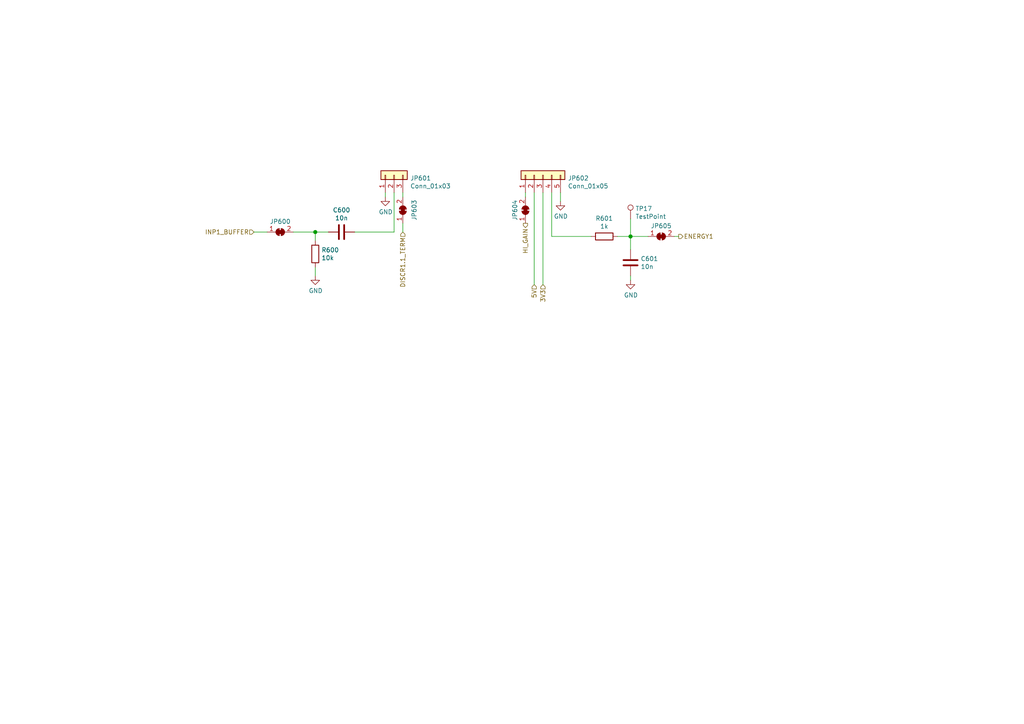
<source format=kicad_sch>
(kicad_sch (version 20210621) (generator eeschema)
  (paper "A4")
  (lib_symbols
    (symbol "Connector:TestPoint" (pin_numbers hide) (pin_names (offset 0.762) hide)
      (property "Reference" "TP" (at 0 6.858 0))
      (property "Value" "TestPoint" (at 0 5.08 0))
      (symbol "TestPoint_0_1"
        (circle (center 0 3.302) (radius 0.762))
      )
      (symbol "TestPoint_1_1"
        (pin passive line (at 0 0 90) (length 2.54) (name "1") (number "1"))
      )
    )
    (symbol "Connector_Generic:Conn_01x03" (pin_names (offset 1.016) hide)
      (property "Reference" "J" (at 0 5.08 0))
      (property "Value" "Conn_01x03" (at 0 -5.08 0))
      (symbol "Conn_01x03_1_1"
        (rectangle (start -1.27 -2.413) (end 0 -2.667) (stroke (width 0.1524)))
        (rectangle (start -1.27 0.127) (end 0 -0.127) (stroke (width 0.1524)))
        (rectangle (start -1.27 2.667) (end 0 2.413) (stroke (width 0.1524)))
        (rectangle (start -1.27 3.81) (end 1.27 -3.81) (stroke (width 0.254)) (fill (type background)))
        (pin passive line (at -5.08 2.54 0) (length 3.81) (name "Pin_1") (number "1"))
        (pin passive line (at -5.08 0 0) (length 3.81) (name "Pin_2") (number "2"))
        (pin passive line (at -5.08 -2.54 0) (length 3.81) (name "Pin_3") (number "3"))
      )
    )
    (symbol "Connector_Generic:Conn_01x05" (pin_names (offset 1.016) hide)
      (property "Reference" "J" (at 0 7.62 0))
      (property "Value" "Conn_01x05" (at 0 -7.62 0))
      (symbol "Conn_01x05_1_1"
        (rectangle (start -1.27 -4.953) (end 0 -5.207) (stroke (width 0.1524)))
        (rectangle (start -1.27 -2.413) (end 0 -2.667) (stroke (width 0.1524)))
        (rectangle (start -1.27 0.127) (end 0 -0.127) (stroke (width 0.1524)))
        (rectangle (start -1.27 2.667) (end 0 2.413) (stroke (width 0.1524)))
        (rectangle (start -1.27 5.207) (end 0 4.953) (stroke (width 0.1524)))
        (rectangle (start -1.27 6.35) (end 1.27 -6.35) (stroke (width 0.254)) (fill (type background)))
        (pin passive line (at -5.08 5.08 0) (length 3.81) (name "Pin_1") (number "1"))
        (pin passive line (at -5.08 2.54 0) (length 3.81) (name "Pin_2") (number "2"))
        (pin passive line (at -5.08 0 0) (length 3.81) (name "Pin_3") (number "3"))
        (pin passive line (at -5.08 -2.54 0) (length 3.81) (name "Pin_4") (number "4"))
        (pin passive line (at -5.08 -5.08 0) (length 3.81) (name "Pin_5") (number "5"))
      )
    )
    (symbol "Device:C" (pin_numbers hide) (pin_names (offset 0.254))
      (property "Reference" "C" (at 0.635 2.54 0))
      (property "Value" "C" (at 0.635 -2.54 0))
      (symbol "C_0_1"
        (polyline (pts (xy -2.032 -0.762) (xy 2.032 -0.762)) (stroke (width 0.508)))
        (polyline (pts (xy -2.032 0.762) (xy 2.032 0.762)) (stroke (width 0.508)))
      )
      (symbol "C_1_1"
        (pin passive line (at 0 3.81 270) (length 2.794) (name "~") (number "1"))
        (pin passive line (at 0 -3.81 90) (length 2.794) (name "~") (number "2"))
      )
    )
    (symbol "Device:R" (pin_numbers hide) (pin_names (offset 0))
      (property "Reference" "R" (at 2.032 0 90))
      (property "Value" "R" (at 0 0 90))
      (symbol "R_0_1"
        (rectangle (start -1.016 -2.54) (end 1.016 2.54) (stroke (width 0.254)))
      )
      (symbol "R_1_1"
        (pin passive line (at 0 3.81 270) (length 1.27) (name "~") (number "1"))
        (pin passive line (at 0 -3.81 90) (length 1.27) (name "~") (number "2"))
      )
    )
    (symbol "Jumper:SolderJumper_2_Bridged" (pin_names (offset 0) hide)
      (property "Reference" "JP" (at 0 2.032 0))
      (property "Value" "SolderJumper_2_Bridged" (at 0 -2.54 0))
      (symbol "SolderJumper_2_Bridged_0_1"
        (rectangle (start -0.508 0.508) (end 0.508 -0.508) (fill (type outline)))
        (arc (start -0.254 1.016) (mid -1.27 0) (end -0.254 -1.016))
        (arc (start -0.254 1.016) (mid -1.27 0) (end -0.254 -1.016) (fill (type outline)))
        (polyline (pts (xy -0.254 1.016) (xy -0.254 -1.016)))
        (polyline (pts (xy 0.254 1.016) (xy 0.254 -1.016)))
        (arc (start 0.254 -1.016) (mid 1.27 0) (end 0.254 1.016))
        (arc (start 0.254 -1.016) (mid 1.27 0) (end 0.254 1.016) (fill (type outline)))
      )
      (symbol "SolderJumper_2_Bridged_1_1"
        (pin passive line (at -3.81 0 0) (length 2.54) (name "A") (number "1"))
        (pin passive line (at 3.81 0 180) (length 2.54) (name "B") (number "2"))
      )
    )
    (symbol "power:GND" (power) (pin_names (offset 0))
      (property "Value" "GND" (at 0 -3.81 0))
      (symbol "GND_0_1"
        (polyline (pts (xy 0 0) (xy 0 -1.27) (xy 1.27 -1.27) (xy 0 -2.54) (xy -1.27 -1.27) (xy 0 -1.27)))
      )
      (symbol "GND_1_1"
        (pin power_in line (at 0 0 270) (length 0) hide (name "GND") (number "1"))
      )
    )
  )
  (junction (at 91.44 67.31) (diameter 1.016))
  (junction (at 182.88 68.58) (diameter 1.016))
  (wire (pts (xy 73.66 67.31) (xy 77.47 67.31)))
  (wire (pts (xy 85.09 67.31) (xy 91.44 67.31)))
  (wire (pts (xy 91.44 67.31) (xy 91.44 69.85)))
  (wire (pts (xy 91.44 77.47) (xy 91.44 80.01)))
  (wire (pts (xy 95.25 67.31) (xy 91.44 67.31)))
  (wire (pts (xy 102.87 67.31) (xy 114.3 67.31)))
  (wire (pts (xy 111.76 55.88) (xy 111.76 57.15)))
  (wire (pts (xy 114.3 55.88) (xy 114.3 67.31)))
  (wire (pts (xy 116.84 55.88) (xy 116.84 57.15)))
  (wire (pts (xy 116.84 64.77) (xy 116.84 67.31)))
  (wire (pts (xy 152.4 55.88) (xy 152.4 57.15)))
  (wire (pts (xy 154.94 55.88) (xy 154.94 82.55)))
  (wire (pts (xy 157.48 55.88) (xy 157.48 82.55)))
  (wire (pts (xy 160.02 55.88) (xy 160.02 68.58)))
  (wire (pts (xy 160.02 68.58) (xy 171.45 68.58)))
  (wire (pts (xy 162.56 55.88) (xy 162.56 58.42)))
  (wire (pts (xy 179.07 68.58) (xy 182.88 68.58)))
  (wire (pts (xy 182.88 63.5) (xy 182.88 68.58)))
  (wire (pts (xy 182.88 68.58) (xy 182.88 72.39)))
  (wire (pts (xy 182.88 68.58) (xy 187.96 68.58)))
  (wire (pts (xy 182.88 80.01) (xy 182.88 81.28)))
  (wire (pts (xy 195.58 68.58) (xy 196.85 68.58)))
  (hierarchical_label "INP1_BUFFER" (shape input) (at 73.66 67.31 180))
  (hierarchical_label "DISCR1.1_TERM" (shape input) (at 116.84 67.31 270))
  (hierarchical_label "HI_GAIN" (shape output) (at 152.4 64.77 270))
  (hierarchical_label "5V" (shape input) (at 154.94 82.55 270))
  (hierarchical_label "3V3" (shape input) (at 157.48 82.55 270))
  (hierarchical_label "ENERGY1" (shape output) (at 196.85 68.58 0))
  (symbol (lib_id "Connector:TestPoint") (at 182.88 63.5 0) (unit 1)
    (property "Reference" "TP17" (at 184.2771 60.5091 0) (effects (justify left)))
    (property "Value" "TestPoint" (at 184.2771 62.8078 0) (effects (justify left)))
    (property "Footprint" "TestPoint:TestPoint_THTPad_1.5x1.5mm_Drill0.7mm" (effects hide))
    (property "Supplier" "--" (effects hide))
  )
  (symbol (lib_id "power:GND") (at 91.44 80.01 0) (unit 1)
    (property "Reference" "#PWR0172" (effects hide))
    (property "Value" "GND" (at 91.5543 84.3344 0))
  )
  (symbol (lib_id "power:GND") (at 111.76 57.15 0) (unit 1)
    (property "Reference" "#PWR0169" (effects hide))
    (property "Value" "GND" (at 111.8743 61.4744 0))
  )
  (symbol (lib_id "power:GND") (at 162.56 58.42 0) (unit 1)
    (property "Reference" "#PWR0168" (effects hide))
    (property "Value" "GND" (at 162.6743 62.7444 0))
  )
  (symbol (lib_id "power:GND") (at 182.88 81.28 0) (unit 1)
    (property "Reference" "#PWR0173" (effects hide))
    (property "Value" "GND" (at 182.9943 85.6044 0))
  )
  (symbol (lib_id "Jumper:SolderJumper_2_Bridged") (at 81.28 67.31 0) (unit 1) (in_bom no)
    (property "Reference" "JP600" (at 81.28 64.2578 0))
    (property "Value" "SolderJumper_2_Bridged" (effects hide))
    (property "Footprint" "Jumper:SolderJumper-2_P1.3mm_Bridged_Pad1.0x1.5mm" (effects hide))
    (property "Supplier" "--" (effects hide))
  )
  (symbol (lib_id "Jumper:SolderJumper_2_Bridged") (at 116.84 60.96 90) (unit 1) (in_bom no)
    (property "Reference" "JP603" (at 120.1378 60.96 0))
    (property "Value" "SolderJumper_2_Bridged" (effects hide))
    (property "Footprint" "Jumper:SolderJumper-2_P1.3mm_Bridged_Pad1.0x1.5mm" (effects hide))
    (property "Supplier" "--" (effects hide))
  )
  (symbol (lib_id "Jumper:SolderJumper_2_Bridged") (at 152.4 60.96 90) (unit 1) (in_bom no)
    (property "Reference" "JP604" (at 149.3478 60.96 0))
    (property "Value" "SolderJumper_2_Bridged" (effects hide))
    (property "Footprint" "Jumper:SolderJumper-2_P1.3mm_Bridged_Pad1.0x1.5mm" (effects hide))
    (property "Supplier" "--" (effects hide))
  )
  (symbol (lib_id "Jumper:SolderJumper_2_Bridged") (at 191.77 68.58 0) (unit 1) (in_bom no)
    (property "Reference" "JP605" (at 191.77 65.5278 0))
    (property "Value" "SolderJumper_2_Bridged" (effects hide))
    (property "Footprint" "Jumper:SolderJumper-2_P1.3mm_Bridged_Pad1.0x1.5mm" (effects hide))
    (property "Supplier" "--" (effects hide))
  )
  (symbol (lib_id "Device:R") (at 91.44 73.66 0) (unit 1)
    (property "Reference" "R600" (at 93.218 72.517 0) (effects (justify left)))
    (property "Value" "10k" (at 93.218 74.803 0) (effects (justify left)))
    (property "Footprint" "Resistor_SMD:R_0805_2012Metric_Pad1.20x1.40mm_HandSolder" (effects hide))
    (property "JLCBasicPart" "Basic" (effects hide))
    (property "JLCPartNr" "C17414" (effects hide))
    (property "JLCType" "0805W8F1002T5E" (effects hide))
    (property "OriginalType" "WR08X1002FTL" (effects hide))
    (property "Supplier" "LCSC" (effects hide))
    (property "JLCplace" "C17414" (effects hide))
  )
  (symbol (lib_id "Device:R") (at 175.26 68.58 90) (unit 1)
    (property "Reference" "R601" (at 175.26 63.3538 90))
    (property "Value" "1k" (at 175.26 65.6525 90))
    (property "Footprint" "Resistor_SMD:R_0805_2012Metric_Pad1.20x1.40mm_HandSolder" (effects hide))
    (property "JLCBasicPart" "Basic" (effects hide))
    (property "JLCPartNr" "C17513" (effects hide))
    (property "JLCType" "0805W8F1001T5E" (effects hide))
    (property "OriginalType" "AR05FTDW1001 " (effects hide))
    (property "Supplier" "LCSC" (effects hide))
    (property "JLCplace" "C17513" (effects hide))
  )
  (symbol (lib_id "Device:C") (at 99.06 67.31 270) (unit 1)
    (property "Reference" "C600" (at 99.06 60.9346 90))
    (property "Value" "10n" (at 99.06 63.246 90))
    (property "Footprint" "Capacitor_SMD:C_0805_2012Metric_Pad1.18x1.45mm_HandSolder" (effects hide))
    (property "JLCBasicPart" "Basic" (effects hide))
    (property "JLCPartNr" "C1710" (effects hide))
    (property "JLCType" "CL21B103KBANNNC" (effects hide))
    (property "OriginalType" "GRM216R71H103KA01D " (effects hide))
    (property "Supplier" "LCSC" (effects hide))
    (property "JLCplace" "C1710" (effects hide))
  )
  (symbol (lib_id "Device:C") (at 182.88 76.2 0) (unit 1)
    (property "Reference" "C601" (at 185.8011 75.0506 0) (effects (justify left)))
    (property "Value" "10n" (at 185.8011 77.3493 0) (effects (justify left)))
    (property "Footprint" "Capacitor_SMD:C_0805_2012Metric_Pad1.18x1.45mm_HandSolder" (effects hide))
    (property "JLCBasicPart" "Basic" (effects hide))
    (property "JLCPartNr" "C1710" (effects hide))
    (property "JLCType" "CL21B103KBANNNC" (effects hide))
    (property "OriginalType" "GRM216R71H103KA01D " (effects hide))
    (property "Supplier" "LCSC" (effects hide))
    (property "JLCplace" "C1710" (effects hide))
  )
  (symbol (lib_id "Connector_Generic:Conn_01x03") (at 114.3 50.8 90) (unit 1)
    (property "Reference" "JP601" (at 118.9736 51.689 90) (effects (justify right)))
    (property "Value" "Conn_01x03" (at 118.9737 53.9813 90) (effects (justify right)))
    (property "Footprint" "Connector_PinSocket_2.54mm:PinSocket_1x03_P2.54mm_Vertical" (effects hide))
    (property "Supplier" "--" (effects hide))
  )
  (symbol (lib_id "Connector_Generic:Conn_01x05") (at 157.48 50.8 90) (unit 1)
    (property "Reference" "JP602" (at 164.6936 51.689 90) (effects (justify right)))
    (property "Value" "Conn_01x05" (at 164.6937 53.9813 90) (effects (justify right)))
    (property "Footprint" "Connector_PinSocket_2.54mm:PinSocket_1x05_P2.54mm_Vertical" (effects hide))
    (property "Supplier" "--" (effects hide))
  )
)
</source>
